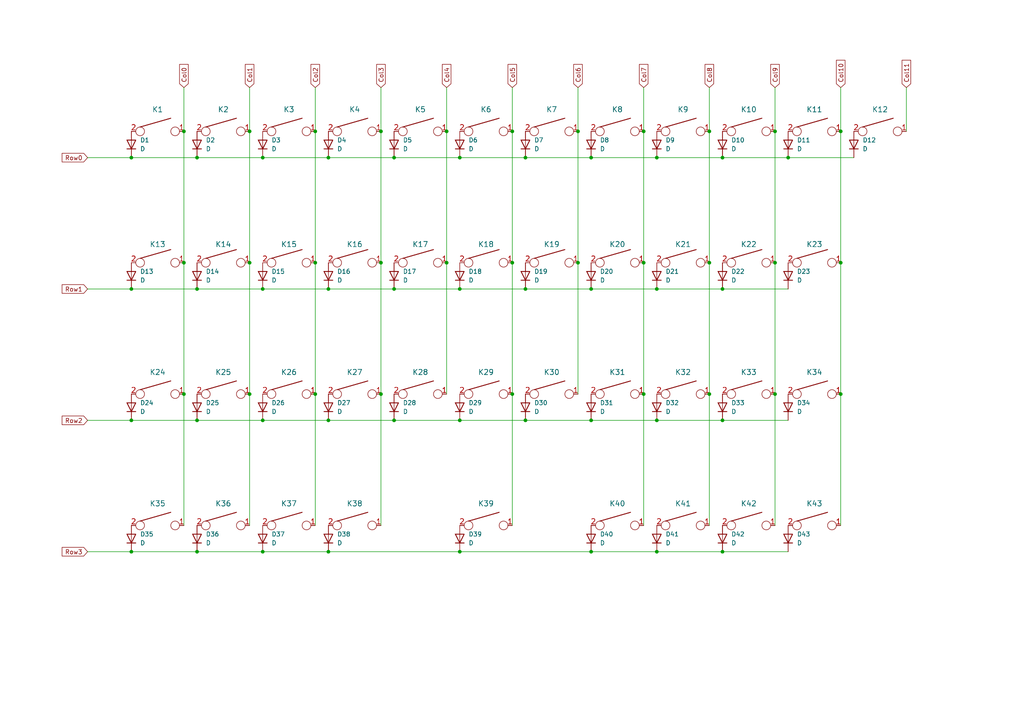
<source format=kicad_sch>
(kicad_sch (version 20231120) (generator "eeschema") (generator_version "8.0")
  (paper "A4")
  (title_block (title "JON AND SAM'S AMAZING 40% KB") (date "2024-07-21") (rev "1"))
  (lib_symbols
    (symbol "Device:D" (pin_numbers hide) (pin_names (offset 1.016) hide)
      (property "Reference" "D" (at 0 2.54 0))
      (property "Value" "D" (at 0 -2.54 0))
      (symbol "D_0_1"
        (polyline (pts (xy -1.27 1.27) (xy -1.27 -1.27)) (stroke (width 0.254)))
        (polyline (pts (xy 1.27 0) (xy -1.27 0)))
        (polyline (pts (xy 1.27 1.27) (xy 1.27 -1.27) (xy -1.27 0) (xy 1.27 1.27)) (stroke (width 0.254)))
      )
      (symbol "D_1_1"
        (pin passive line (at -3.81 0 0) (length 2.54) (name "K") (number "1"))
        (pin passive line (at 3.81 0 180) (length 2.54) (name "A") (number "2"))
      )
    )
    (symbol "keyboard_parts:KEYSW" (pin_names (offset 1.016))
      (property "Reference" "K?" (at -1.27 0 0))
      (symbol "KEYSW_0_1"
        (circle (center -5.08 0) (radius 1.27))
        (polyline (pts (xy -5.08 1.27) (xy 3.81 3.81)) (stroke (width 0.254)))
        (circle (center 5.08 0) (radius 1.27))
      )
      (symbol "KEYSW_1_1"
        (pin passive line (at 7.62 0 180) (length 1.27) (name "~") (number "1"))
        (pin passive line (at -7.62 0 0) (length 1.27) (name "~") (number "2"))
      )
    )
  )
  (junction (at 152.4 121.92))
  (junction (at 110.49 114.3))
  (junction (at 186.69 76.2))
  (junction (at 91.44 38.1))
  (junction (at 76.2 45.72))
  (junction (at 152.4 83.82))
  (junction (at 53.34 114.3))
  (junction (at 133.35 121.92))
  (junction (at 114.3 121.92))
  (junction (at 110.49 76.2))
  (junction (at 76.2 160.02))
  (junction (at 205.74 38.1))
  (junction (at 53.34 76.2))
  (junction (at 209.55 121.92))
  (junction (at 205.74 76.2))
  (junction (at 209.55 83.82))
  (junction (at 95.25 160.02))
  (junction (at 224.79 76.2))
  (junction (at 38.1 83.82))
  (junction (at 224.79 114.3))
  (junction (at 171.45 45.72))
  (junction (at 114.3 45.72))
  (junction (at 133.35 45.72))
  (junction (at 76.2 121.92))
  (junction (at 72.39 114.3))
  (junction (at 148.59 76.2))
  (junction (at 186.69 38.1))
  (junction (at 243.84 38.1))
  (junction (at 205.74 114.3))
  (junction (at 72.39 38.1))
  (junction (at 114.3 83.82))
  (junction (at 53.34 38.1))
  (junction (at 148.59 38.1))
  (junction (at 95.25 83.82))
  (junction (at 129.54 76.2))
  (junction (at 171.45 121.92))
  (junction (at 190.5 121.92))
  (junction (at 171.45 160.02))
  (junction (at 148.59 114.3))
  (junction (at 57.15 121.92))
  (junction (at 190.5 45.72))
  (junction (at 190.5 83.82))
  (junction (at 133.35 83.82))
  (junction (at 76.2 83.82))
  (junction (at 133.35 160.02))
  (junction (at 38.1 160.02))
  (junction (at 38.1 121.92))
  (junction (at 209.55 45.72))
  (junction (at 91.44 76.2))
  (junction (at 186.69 114.3))
  (junction (at 171.45 83.82))
  (junction (at 228.6 45.72))
  (junction (at 243.84 114.3))
  (junction (at 91.44 114.3))
  (junction (at 190.5 160.02))
  (junction (at 167.64 38.1))
  (junction (at 57.15 160.02))
  (junction (at 57.15 83.82))
  (junction (at 129.54 38.1))
  (junction (at 209.55 160.02))
  (junction (at 38.1 45.72))
  (junction (at 167.64 76.2))
  (junction (at 224.79 38.1))
  (junction (at 110.49 38.1))
  (junction (at 152.4 45.72))
  (junction (at 57.15 45.72))
  (junction (at 72.39 76.2))
  (junction (at 243.84 76.2))
  (junction (at 95.25 45.72))
  (junction (at 95.25 121.92))
  (wire (pts (xy 190.5 83.82) (xy 209.55 83.82)))
  (wire (pts (xy 148.59 38.1) (xy 148.59 76.2)))
  (wire (pts (xy 72.39 25.4) (xy 72.39 38.1)))
  (wire (pts (xy 129.54 38.1) (xy 129.54 76.2)))
  (wire (pts (xy 209.55 45.72) (xy 228.6 45.72)))
  (wire (pts (xy 243.84 25.4) (xy 243.84 38.1)))
  (wire (pts (xy 228.6 45.72) (xy 247.65 45.72)))
  (wire (pts (xy 110.49 25.4) (xy 110.49 38.1)))
  (wire (pts (xy 186.69 25.4) (xy 186.69 38.1)))
  (wire (pts (xy 167.64 76.2) (xy 167.64 114.3)))
  (wire (pts (xy 209.55 121.92) (xy 228.6 121.92)))
  (wire (pts (xy 72.39 114.3) (xy 72.39 152.4)))
  (wire (pts (xy 171.45 160.02) (xy 190.5 160.02)))
  (wire (pts (xy 205.74 25.4) (xy 205.74 38.1)))
  (wire (pts (xy 53.34 76.2) (xy 53.34 114.3)))
  (wire (pts (xy 38.1 83.82) (xy 57.15 83.82)))
  (wire (pts (xy 224.79 25.4) (xy 224.79 38.1)))
  (wire (pts (xy 129.54 76.2) (xy 129.54 114.3)))
  (wire (pts (xy 205.74 38.1) (xy 205.74 76.2)))
  (wire (pts (xy 76.2 160.02) (xy 95.25 160.02)))
  (wire (pts (xy 25.4 45.72) (xy 38.1 45.72)))
  (wire (pts (xy 171.45 121.92) (xy 190.5 121.92)))
  (wire (pts (xy 91.44 76.2) (xy 91.44 114.3)))
  (wire (pts (xy 25.4 83.82) (xy 38.1 83.82)))
  (wire (pts (xy 110.49 38.1) (xy 110.49 76.2)))
  (wire (pts (xy 57.15 45.72) (xy 76.2 45.72)))
  (wire (pts (xy 186.69 76.2) (xy 186.69 114.3)))
  (wire (pts (xy 95.25 45.72) (xy 114.3 45.72)))
  (wire (pts (xy 148.59 76.2) (xy 148.59 114.3)))
  (wire (pts (xy 72.39 76.2) (xy 72.39 114.3)))
  (wire (pts (xy 38.1 160.02) (xy 57.15 160.02)))
  (wire (pts (xy 224.79 38.1) (xy 224.79 76.2)))
  (wire (pts (xy 129.54 25.4) (xy 129.54 38.1)))
  (wire (pts (xy 209.55 160.02) (xy 228.6 160.02)))
  (wire (pts (xy 110.49 76.2) (xy 110.49 114.3)))
  (wire (pts (xy 243.84 76.2) (xy 243.84 114.3)))
  (wire (pts (xy 186.69 114.3) (xy 186.69 152.4)))
  (wire (pts (xy 114.3 121.92) (xy 133.35 121.92)))
  (wire (pts (xy 152.4 83.82) (xy 171.45 83.82)))
  (wire (pts (xy 91.44 114.3) (xy 91.44 152.4)))
  (wire (pts (xy 38.1 45.72) (xy 57.15 45.72)))
  (wire (pts (xy 186.69 38.1) (xy 186.69 76.2)))
  (wire (pts (xy 133.35 83.82) (xy 152.4 83.82)))
  (wire (pts (xy 95.25 160.02) (xy 133.35 160.02)))
  (wire (pts (xy 152.4 45.72) (xy 171.45 45.72)))
  (wire (pts (xy 133.35 45.72) (xy 152.4 45.72)))
  (wire (pts (xy 57.15 83.82) (xy 76.2 83.82)))
  (wire (pts (xy 148.59 114.3) (xy 148.59 152.4)))
  (wire (pts (xy 57.15 160.02) (xy 76.2 160.02)))
  (wire (pts (xy 205.74 76.2) (xy 205.74 114.3)))
  (wire (pts (xy 133.35 121.92) (xy 152.4 121.92)))
  (wire (pts (xy 114.3 83.82) (xy 133.35 83.82)))
  (wire (pts (xy 91.44 25.4) (xy 91.44 38.1)))
  (wire (pts (xy 152.4 121.92) (xy 171.45 121.92)))
  (wire (pts (xy 76.2 83.82) (xy 95.25 83.82)))
  (wire (pts (xy 95.25 121.92) (xy 114.3 121.92)))
  (wire (pts (xy 25.4 160.02) (xy 38.1 160.02)))
  (wire (pts (xy 76.2 121.92) (xy 95.25 121.92)))
  (wire (pts (xy 53.34 114.3) (xy 53.34 152.4)))
  (wire (pts (xy 190.5 45.72) (xy 209.55 45.72)))
  (wire (pts (xy 171.45 45.72) (xy 190.5 45.72)))
  (wire (pts (xy 53.34 25.4) (xy 53.34 38.1)))
  (wire (pts (xy 209.55 83.82) (xy 228.6 83.82)))
  (wire (pts (xy 205.74 114.3) (xy 205.74 152.4)))
  (wire (pts (xy 91.44 38.1) (xy 91.44 76.2)))
  (wire (pts (xy 190.5 160.02) (xy 209.55 160.02)))
  (wire (pts (xy 133.35 160.02) (xy 171.45 160.02)))
  (wire (pts (xy 171.45 83.82) (xy 190.5 83.82)))
  (wire (pts (xy 53.34 38.1) (xy 53.34 76.2)))
  (wire (pts (xy 38.1 121.92) (xy 57.15 121.92)))
  (wire (pts (xy 72.39 38.1) (xy 72.39 76.2)))
  (wire (pts (xy 76.2 45.72) (xy 95.25 45.72)))
  (wire (pts (xy 243.84 114.3) (xy 243.84 152.4)))
  (wire (pts (xy 262.89 25.4) (xy 262.89 38.1)))
  (wire (pts (xy 148.59 25.4) (xy 148.59 38.1)))
  (wire (pts (xy 224.79 76.2) (xy 224.79 114.3)))
  (wire (pts (xy 224.79 114.3) (xy 224.79 152.4)))
  (wire (pts (xy 190.5 121.92) (xy 209.55 121.92)))
  (wire (pts (xy 25.4 121.92) (xy 38.1 121.92)))
  (wire (pts (xy 167.64 38.1) (xy 167.64 76.2)))
  (wire (pts (xy 110.49 114.3) (xy 110.49 152.4)))
  (wire (pts (xy 167.64 25.4) (xy 167.64 38.1)))
  (wire (pts (xy 95.25 83.82) (xy 114.3 83.82)))
  (wire (pts (xy 243.84 38.1) (xy 243.84 76.2)))
  (wire (pts (xy 114.3 45.72) (xy 133.35 45.72)))
  (wire (pts (xy 57.15 121.92) (xy 76.2 121.92)))
  (global_label "Col7" (shape input) (at 186.69 25.4 90) (property "Intersheetrefs" "${INTERSHEET_REFS}" (effects (hide yes))))
  (global_label "Row2" (shape input) (at 25.4 121.92 180) (property "Intersheetrefs" "${INTERSHEET_REFS}" (effects (hide yes))))
  (global_label "Col9" (shape input) (at 224.79 25.4 90) (property "Intersheetrefs" "${INTERSHEET_REFS}" (effects (hide yes))))
  (global_label "Col11" (shape input) (at 262.89 25.4 90) (property "Intersheetrefs" "${INTERSHEET_REFS}" (effects (hide yes))))
  (global_label "Col1" (shape input) (at 72.39 25.4 90) (property "Intersheetrefs" "${INTERSHEET_REFS}" (effects (hide yes))))
  (global_label "Col0" (shape input) (at 53.34 25.4 90) (property "Intersheetrefs" "${INTERSHEET_REFS}" (effects (hide yes))))
  (global_label "Col5" (shape input) (at 148.59 25.4 90) (property "Intersheetrefs" "${INTERSHEET_REFS}" (effects (hide yes))))
  (global_label "Col8" (shape input) (at 205.74 25.4 90) (property "Intersheetrefs" "${INTERSHEET_REFS}" (effects (hide yes))))
  (global_label "Row0" (shape input) (at 25.4 45.72 180) (property "Intersheetrefs" "${INTERSHEET_REFS}" (effects (hide yes))))
  (global_label "Col3" (shape input) (at 110.49 25.4 90) (property "Intersheetrefs" "${INTERSHEET_REFS}" (effects (hide yes))))
  (global_label "Row1" (shape input) (at 25.4 83.82 180) (property "Intersheetrefs" "${INTERSHEET_REFS}" (effects (hide yes))))
  (global_label "Col4" (shape input) (at 129.54 25.4 90) (property "Intersheetrefs" "${INTERSHEET_REFS}" (effects (hide yes))))
  (global_label "Col6" (shape input) (at 167.64 25.4 90) (property "Intersheetrefs" "${INTERSHEET_REFS}" (effects (hide yes))))
  (global_label "Col10" (shape input) (at 243.84 25.4 90) (property "Intersheetrefs" "${INTERSHEET_REFS}" (effects (hide yes))))
  (global_label "Row3" (shape input) (at 25.4 160.02 180) (property "Intersheetrefs" "${INTERSHEET_REFS}" (effects (hide yes))))
  (global_label "Col2" (shape input) (at 91.44 25.4 90) (property "Intersheetrefs" "${INTERSHEET_REFS}" (effects (hide yes))))
  (symbol (lib_id "keyboard_parts:KEYSW") (at 140.97 152.4 0) (unit 1)
    (property "Reference" "K39" (at 140.97 146.05 0) (effects (font (size 1.524 1.524))))
    (property "Value" "KEYSW" (effects (hide yes)))
    (property "Footprint" "keebs.pretty-master:Mx_Alps_100" (effects (hide yes)))
  )
  (symbol (lib_id "Device:D") (at 57.15 156.21 90) (unit 1)
    (property "Reference" "D36" (at 59.69 154.9399 90) (effects (justify right)))
    (property "Value" "D" (at 59.69 157.4799 90) (effects (justify right)))
    (property "Footprint" "keyboard_parts.pretty-master:D_SOD123_axial" (effects (hide yes)))
    (property "Description" "Diode" (effects (hide yes)))
    (property "Sim.Device" "D" (effects (hide yes)))
    (property "Sim.Pins" "1=K 2=A" (effects (hide yes)))
  )
  (symbol (lib_id "keyboard_parts:KEYSW") (at 236.22 38.1 0) (unit 1)
    (property "Reference" "K11" (at 236.22 31.75 0) (effects (font (size 1.524 1.524))))
    (property "Value" "KEYSW" (effects (hide yes)))
    (property "Footprint" "keebs.pretty-master:Mx_Alps_100" (effects (hide yes)))
  )
  (symbol (lib_id "keyboard_parts:KEYSW") (at 102.87 38.1 0) (unit 1)
    (property "Reference" "K4" (at 102.87 31.75 0) (effects (font (size 1.524 1.524))))
    (property "Value" "KEYSW" (effects (hide yes)))
    (property "Footprint" "keebs.pretty-master:Mx_Alps_100" (effects (hide yes)))
  )
  (symbol (lib_id "keyboard_parts:KEYSW") (at 140.97 38.1 0) (unit 1)
    (property "Reference" "K6" (at 140.97 31.75 0) (effects (font (size 1.524 1.524))))
    (property "Value" "KEYSW" (effects (hide yes)))
    (property "Footprint" "keebs.pretty-master:Mx_Alps_100" (effects (hide yes)))
  )
  (symbol (lib_id "keyboard_parts:KEYSW") (at 45.72 152.4 0) (unit 1)
    (property "Reference" "K35" (at 45.72 146.05 0) (effects (font (size 1.524 1.524))))
    (property "Value" "KEYSW" (effects (hide yes)))
    (property "Footprint" "keebs.pretty-master:Mx_Alps_125" (effects (hide yes)))
  )
  (symbol (lib_id "Device:D") (at 152.4 80.01 90) (unit 1)
    (property "Reference" "D19" (at 154.94 78.7399 90) (effects (justify right)))
    (property "Value" "D" (at 154.94 81.2799 90) (effects (justify right)))
    (property "Footprint" "keyboard_parts.pretty-master:D_SOD123_axial" (effects (hide yes)))
    (property "Description" "Diode" (effects (hide yes)))
    (property "Sim.Device" "D" (effects (hide yes)))
    (property "Sim.Pins" "1=K 2=A" (effects (hide yes)))
  )
  (symbol (lib_id "keyboard_parts:KEYSW") (at 45.72 76.2 0) (unit 1)
    (property "Reference" "K13" (at 45.72 70.866 0) (effects (font (size 1.524 1.524))))
    (property "Value" "KEYSW" (effects (hide yes)))
    (property "Footprint" "keebs.pretty-master:Mx_Alps_150" (effects (hide yes)))
  )
  (symbol (lib_id "Device:D") (at 133.35 156.21 90) (unit 1)
    (property "Reference" "D39" (at 135.89 154.9399 90) (effects (justify right)))
    (property "Value" "D" (at 135.89 157.4799 90) (effects (justify right)))
    (property "Footprint" "keyboard_parts.pretty-master:D_SOD123_axial" (effects (hide yes)))
    (property "Description" "Diode" (effects (hide yes)))
    (property "Sim.Device" "D" (effects (hide yes)))
    (property "Sim.Pins" "1=K 2=A" (effects (hide yes)))
  )
  (symbol (lib_id "Device:D") (at 190.5 118.11 90) (unit 1)
    (property "Reference" "D32" (at 193.04 116.8399 90) (effects (justify right)))
    (property "Value" "D" (at 193.04 119.3799 90) (effects (justify right)))
    (property "Footprint" "keyboard_parts.pretty-master:D_SOD123_axial" (effects (hide yes)))
    (property "Description" "Diode" (effects (hide yes)))
    (property "Sim.Device" "D" (effects (hide yes)))
    (property "Sim.Pins" "1=K 2=A" (effects (hide yes)))
  )
  (symbol (lib_id "keyboard_parts:KEYSW") (at 83.82 38.1 0) (unit 1)
    (property "Reference" "K3" (at 83.82 31.75 0) (effects (font (size 1.524 1.524))))
    (property "Value" "KEYSW" (effects (hide yes)))
    (property "Footprint" "keebs.pretty-master:Mx_Alps_100" (effects (hide yes)))
  )
  (symbol (lib_id "Device:D") (at 38.1 156.21 90) (unit 1)
    (property "Reference" "D35" (at 40.64 154.9399 90) (effects (justify right)))
    (property "Value" "D" (at 40.64 157.4799 90) (effects (justify right)))
    (property "Footprint" "keyboard_parts.pretty-master:D_SOD123_axial" (effects (hide yes)))
    (property "Description" "Diode" (effects (hide yes)))
    (property "Sim.Device" "D" (effects (hide yes)))
    (property "Sim.Pins" "1=K 2=A" (effects (hide yes)))
  )
  (symbol (lib_id "Device:D") (at 152.4 41.91 90) (unit 1)
    (property "Reference" "D7" (at 154.94 40.6399 90) (effects (justify right)))
    (property "Value" "D" (at 154.94 43.1799 90) (effects (justify right)))
    (property "Footprint" "keyboard_parts.pretty-master:D_SOD123_axial" (effects (hide yes)))
    (property "Description" "Diode" (effects (hide yes)))
    (property "Sim.Device" "D" (effects (hide yes)))
    (property "Sim.Pins" "1=K 2=A" (effects (hide yes)))
  )
  (symbol (lib_id "keyboard_parts:KEYSW") (at 236.22 152.4 0) (unit 1)
    (property "Reference" "K43" (at 236.22 146.05 0) (effects (font (size 1.524 1.524))))
    (property "Value" "KEYSW" (effects (hide yes)))
    (property "Footprint" "keebs.pretty-master:Mx_Alps_100" (effects (hide yes)))
  )
  (symbol (lib_id "Device:D") (at 95.25 118.11 90) (unit 1)
    (property "Reference" "D27" (at 97.79 116.8399 90) (effects (justify right)))
    (property "Value" "D" (at 97.79 119.3799 90) (effects (justify right)))
    (property "Footprint" "keyboard_parts.pretty-master:D_SOD123_axial" (effects (hide yes)))
    (property "Description" "Diode" (effects (hide yes)))
    (property "Sim.Device" "D" (effects (hide yes)))
    (property "Sim.Pins" "1=K 2=A" (effects (hide yes)))
  )
  (symbol (lib_id "Device:D") (at 114.3 118.11 90) (unit 1)
    (property "Reference" "D28" (at 116.84 116.8399 90) (effects (justify right)))
    (property "Value" "D" (at 116.84 119.3799 90) (effects (justify right)))
    (property "Footprint" "keyboard_parts.pretty-master:D_SOD123_axial" (effects (hide yes)))
    (property "Description" "Diode" (effects (hide yes)))
    (property "Sim.Device" "D" (effects (hide yes)))
    (property "Sim.Pins" "1=K 2=A" (effects (hide yes)))
  )
  (symbol (lib_id "Device:D") (at 190.5 80.01 90) (unit 1)
    (property "Reference" "D21" (at 193.04 78.7399 90) (effects (justify right)))
    (property "Value" "D" (at 193.04 81.2799 90) (effects (justify right)))
    (property "Footprint" "keyboard_parts.pretty-master:D_SOD123_axial" (effects (hide yes)))
    (property "Description" "Diode" (effects (hide yes)))
    (property "Sim.Device" "D" (effects (hide yes)))
    (property "Sim.Pins" "1=K 2=A" (effects (hide yes)))
  )
  (symbol (lib_id "Device:D") (at 209.55 80.01 90) (unit 1)
    (property "Reference" "D22" (at 212.09 78.7399 90) (effects (justify right)))
    (property "Value" "D" (at 212.09 81.2799 90) (effects (justify right)))
    (property "Footprint" "keyboard_parts.pretty-master:D_SOD123_axial" (effects (hide yes)))
    (property "Description" "Diode" (effects (hide yes)))
    (property "Sim.Device" "D" (effects (hide yes)))
    (property "Sim.Pins" "1=K 2=A" (effects (hide yes)))
  )
  (symbol (lib_id "keyboard_parts:KEYSW") (at 83.82 114.3 0) (unit 1)
    (property "Reference" "K26" (at 83.82 107.95 0) (effects (font (size 1.524 1.524))))
    (property "Value" "KEYSW" (effects (hide yes)))
    (property "Footprint" "keebs.pretty-master:Mx_Alps_100" (effects (hide yes)))
  )
  (symbol (lib_id "keyboard_parts:KEYSW") (at 198.12 114.3 0) (unit 1)
    (property "Reference" "K32" (at 198.12 107.95 0) (effects (font (size 1.524 1.524))))
    (property "Value" "KEYSW" (effects (hide yes)))
    (property "Footprint" "keebs.pretty-master:Mx_Alps_175" (effects (hide yes)))
  )
  (symbol (lib_id "keyboard_parts:KEYSW") (at 160.02 76.2 0) (unit 1)
    (property "Reference" "K19" (at 160.02 70.866 0) (effects (font (size 1.524 1.524))))
    (property "Value" "KEYSW" (effects (hide yes)))
    (property "Footprint" "keebs.pretty-master:Mx_Alps_100" (effects (hide yes)))
  )
  (symbol (lib_id "keyboard_parts:KEYSW") (at 217.17 152.4 0) (unit 1)
    (property "Reference" "K42" (at 217.17 146.05 0) (effects (font (size 1.524 1.524))))
    (property "Value" "KEYSW" (effects (hide yes)))
    (property "Footprint" "keebs.pretty-master:Mx_Alps_100" (effects (hide yes)))
  )
  (symbol (lib_id "keyboard_parts:KEYSW") (at 179.07 114.3 0) (unit 1)
    (property "Reference" "K31" (at 179.07 107.95 0) (effects (font (size 1.524 1.524))))
    (property "Value" "KEYSW" (effects (hide yes)))
    (property "Footprint" "keebs.pretty-master:Mx_Alps_100" (effects (hide yes)))
  )
  (symbol (lib_id "keyboard_parts:KEYSW") (at 45.72 114.3 0) (unit 1)
    (property "Reference" "K24" (at 45.72 107.95 0) (effects (font (size 1.524 1.524))))
    (property "Value" "KEYSW" (effects (hide yes)))
    (property "Footprint" "keebs.pretty-master:Mx_Alps_200" (effects (hide yes)))
  )
  (symbol (lib_id "keyboard_parts:KEYSW") (at 64.77 152.4 0) (unit 1)
    (property "Reference" "K36" (at 64.77 146.05 0) (effects (font (size 1.524 1.524))))
    (property "Value" "KEYSW" (effects (hide yes)))
    (property "Footprint" "keebs.pretty-master:Mx_Alps_125" (effects (hide yes)))
  )
  (symbol (lib_id "Device:D") (at 95.25 156.21 90) (unit 1)
    (property "Reference" "D38" (at 97.79 154.9399 90) (effects (justify right)))
    (property "Value" "D" (at 97.79 157.4799 90) (effects (justify right)))
    (property "Footprint" "keyboard_parts.pretty-master:D_SOD123_axial" (effects (hide yes)))
    (property "Description" "Diode" (effects (hide yes)))
    (property "Sim.Device" "D" (effects (hide yes)))
    (property "Sim.Pins" "1=K 2=A" (effects (hide yes)))
  )
  (symbol (lib_id "Device:D") (at 190.5 156.21 90) (unit 1)
    (property "Reference" "D41" (at 193.04 154.9399 90) (effects (justify right)))
    (property "Value" "D" (at 193.04 157.4799 90) (effects (justify right)))
    (property "Footprint" "keyboard_parts.pretty-master:D_SOD123_axial" (effects (hide yes)))
    (property "Description" "Diode" (effects (hide yes)))
    (property "Sim.Device" "D" (effects (hide yes)))
    (property "Sim.Pins" "1=K 2=A" (effects (hide yes)))
  )
  (symbol (lib_id "Device:D") (at 57.15 118.11 90) (unit 1)
    (property "Reference" "D25" (at 59.69 116.8399 90) (effects (justify right)))
    (property "Value" "D" (at 59.69 119.3799 90) (effects (justify right)))
    (property "Footprint" "keyboard_parts.pretty-master:D_SOD123_axial" (effects (hide yes)))
    (property "Description" "Diode" (effects (hide yes)))
    (property "Sim.Device" "D" (effects (hide yes)))
    (property "Sim.Pins" "1=K 2=A" (effects (hide yes)))
  )
  (symbol (lib_id "Device:D") (at 57.15 80.01 90) (unit 1)
    (property "Reference" "D14" (at 59.69 78.7399 90) (effects (justify right)))
    (property "Value" "D" (at 59.69 81.2799 90) (effects (justify right)))
    (property "Footprint" "keyboard_parts.pretty-master:D_SOD123_axial" (effects (hide yes)))
    (property "Description" "Diode" (effects (hide yes)))
    (property "Sim.Device" "D" (effects (hide yes)))
    (property "Sim.Pins" "1=K 2=A" (effects (hide yes)))
  )
  (symbol (lib_id "Device:D") (at 152.4 118.11 90) (unit 1)
    (property "Reference" "D30" (at 154.94 116.8399 90) (effects (justify right)))
    (property "Value" "D" (at 154.94 119.3799 90) (effects (justify right)))
    (property "Footprint" "keyboard_parts.pretty-master:D_SOD123_axial" (effects (hide yes)))
    (property "Description" "Diode" (effects (hide yes)))
    (property "Sim.Device" "D" (effects (hide yes)))
    (property "Sim.Pins" "1=K 2=A" (effects (hide yes)))
  )
  (symbol (lib_id "Device:D") (at 76.2 118.11 90) (unit 1)
    (property "Reference" "D26" (at 78.74 116.8399 90) (effects (justify right)))
    (property "Value" "D" (at 78.74 119.3799 90) (effects (justify right)))
    (property "Footprint" "keyboard_parts.pretty-master:D_SOD123_axial" (effects (hide yes)))
    (property "Description" "Diode" (effects (hide yes)))
    (property "Sim.Device" "D" (effects (hide yes)))
    (property "Sim.Pins" "1=K 2=A" (effects (hide yes)))
  )
  (symbol (lib_id "Device:D") (at 209.55 118.11 90) (unit 1)
    (property "Reference" "D33" (at 212.09 116.8399 90) (effects (justify right)))
    (property "Value" "D" (at 212.09 119.3799 90) (effects (justify right)))
    (property "Footprint" "keyboard_parts.pretty-master:D_SOD123_axial" (effects (hide yes)))
    (property "Description" "Diode" (effects (hide yes)))
    (property "Sim.Device" "D" (effects (hide yes)))
    (property "Sim.Pins" "1=K 2=A" (effects (hide yes)))
  )
  (symbol (lib_id "Device:D") (at 38.1 41.91 90) (unit 1)
    (property "Reference" "D1" (at 40.64 40.6399 90) (effects (justify right)))
    (property "Value" "D" (at 40.64 43.1799 90) (effects (justify right)))
    (property "Footprint" "keyboard_parts.pretty-master:D_SOD123_axial" (effects (hide yes)))
    (property "Description" "Diode" (effects (hide yes)))
    (property "Sim.Device" "D" (effects (hide yes)))
    (property "Sim.Pins" "1=K 2=A" (effects (hide yes)))
  )
  (symbol (lib_id "keyboard_parts:KEYSW") (at 140.97 76.2 0) (unit 1)
    (property "Reference" "K18" (at 140.97 70.866 0) (effects (font (size 1.524 1.524))))
    (property "Value" "KEYSW" (effects (hide yes)))
    (property "Footprint" "keebs.pretty-master:Mx_Alps_100" (effects (hide yes)))
  )
  (symbol (lib_id "Device:D") (at 171.45 80.01 90) (unit 1)
    (property "Reference" "D20" (at 173.99 78.7399 90) (effects (justify right)))
    (property "Value" "D" (at 173.99 81.2799 90) (effects (justify right)))
    (property "Footprint" "keyboard_parts.pretty-master:D_SOD123_axial" (effects (hide yes)))
    (property "Description" "Diode" (effects (hide yes)))
    (property "Sim.Device" "D" (effects (hide yes)))
    (property "Sim.Pins" "1=K 2=A" (effects (hide yes)))
  )
  (symbol (lib_id "Device:D") (at 228.6 80.01 90) (unit 1)
    (property "Reference" "D23" (at 231.14 78.7399 90) (effects (justify right)))
    (property "Value" "D" (at 231.14 81.2799 90) (effects (justify right)))
    (property "Footprint" "keyboard_parts.pretty-master:D_SOD123_axial" (effects (hide yes)))
    (property "Description" "Diode" (effects (hide yes)))
    (property "Sim.Device" "D" (effects (hide yes)))
    (property "Sim.Pins" "1=K 2=A" (effects (hide yes)))
  )
  (symbol (lib_id "Device:D") (at 38.1 80.01 90) (unit 1)
    (property "Reference" "D13" (at 40.64 78.7399 90) (effects (justify right)))
    (property "Value" "D" (at 40.64 81.2799 90) (effects (justify right)))
    (property "Footprint" "keyboard_parts.pretty-master:D_SOD123_axial" (effects (hide yes)))
    (property "Description" "Diode" (effects (hide yes)))
    (property "Sim.Device" "D" (effects (hide yes)))
    (property "Sim.Pins" "1=K 2=A" (effects (hide yes)))
  )
  (symbol (lib_id "keyboard_parts:KEYSW") (at 179.07 76.2 0) (unit 1)
    (property "Reference" "K20" (at 179.07 70.866 0) (effects (font (size 1.524 1.524))))
    (property "Value" "KEYSW" (effects (hide yes)))
    (property "Footprint" "keebs.pretty-master:Mx_Alps_100" (effects (hide yes)))
  )
  (symbol (lib_id "Device:D") (at 76.2 156.21 90) (unit 1)
    (property "Reference" "D37" (at 78.74 154.9399 90) (effects (justify right)))
    (property "Value" "D" (at 78.74 157.4799 90) (effects (justify right)))
    (property "Footprint" "keyboard_parts.pretty-master:D_SOD123_axial" (effects (hide yes)))
    (property "Description" "Diode" (effects (hide yes)))
    (property "Sim.Device" "D" (effects (hide yes)))
    (property "Sim.Pins" "1=K 2=A" (effects (hide yes)))
  )
  (symbol (lib_id "Device:D") (at 76.2 41.91 90) (unit 1)
    (property "Reference" "D3" (at 78.74 40.6399 90) (effects (justify right)))
    (property "Value" "D" (at 78.74 43.1799 90) (effects (justify right)))
    (property "Footprint" "keyboard_parts.pretty-master:D_SOD123_axial" (effects (hide yes)))
    (property "Description" "Diode" (effects (hide yes)))
    (property "Sim.Device" "D" (effects (hide yes)))
    (property "Sim.Pins" "1=K 2=A" (effects (hide yes)))
  )
  (symbol (lib_id "keyboard_parts:KEYSW") (at 121.92 76.2 0) (unit 1)
    (property "Reference" "K17" (at 121.92 70.866 0) (effects (font (size 1.524 1.524))))
    (property "Value" "KEYSW" (effects (hide yes)))
    (property "Footprint" "keebs.pretty-master:Mx_Alps_100" (effects (hide yes)))
  )
  (symbol (lib_id "keyboard_parts:KEYSW") (at 64.77 38.1 0) (unit 1)
    (property "Reference" "K2" (at 64.77 31.75 0) (effects (font (size 1.524 1.524))))
    (property "Value" "KEYSW" (effects (hide yes)))
    (property "Footprint" "keebs.pretty-master:Mx_Alps_100" (effects (hide yes)))
  )
  (symbol (lib_id "Device:D") (at 209.55 41.91 90) (unit 1)
    (property "Reference" "D10" (at 212.09 40.6399 90) (effects (justify right)))
    (property "Value" "D" (at 212.09 43.1799 90) (effects (justify right)))
    (property "Footprint" "keyboard_parts.pretty-master:D_SOD123_axial" (effects (hide yes)))
    (property "Description" "Diode" (effects (hide yes)))
    (property "Sim.Device" "D" (effects (hide yes)))
    (property "Sim.Pins" "1=K 2=A" (effects (hide yes)))
  )
  (symbol (lib_id "keyboard_parts:KEYSW") (at 198.12 76.2 0) (unit 1)
    (property "Reference" "K21" (at 198.12 70.866 0) (effects (font (size 1.524 1.524))))
    (property "Value" "KEYSW" (effects (hide yes)))
    (property "Footprint" "keebs.pretty-master:Mx_Alps_100" (effects (hide yes)))
  )
  (symbol (lib_id "keyboard_parts:KEYSW") (at 83.82 76.2 0) (unit 1)
    (property "Reference" "K15" (at 83.82 70.866 0) (effects (font (size 1.524 1.524))))
    (property "Value" "KEYSW" (effects (hide yes)))
    (property "Footprint" "keebs.pretty-master:Mx_Alps_100" (effects (hide yes)))
  )
  (symbol (lib_id "keyboard_parts:KEYSW") (at 160.02 38.1 0) (unit 1)
    (property "Reference" "K7" (at 160.02 31.75 0) (effects (font (size 1.524 1.524))))
    (property "Value" "KEYSW" (effects (hide yes)))
    (property "Footprint" "keebs.pretty-master:Mx_Alps_100" (effects (hide yes)))
  )
  (symbol (lib_id "keyboard_parts:KEYSW") (at 83.82 152.4 0) (unit 1)
    (property "Reference" "K37" (at 83.82 146.05 0) (effects (font (size 1.524 1.524))))
    (property "Value" "KEYSW" (effects (hide yes)))
    (property "Footprint" "keebs.pretty-master:Mx_Alps_125" (effects (hide yes)))
  )
  (symbol (lib_id "keyboard_parts:KEYSW") (at 45.72 38.1 0) (unit 1)
    (property "Reference" "K1" (at 45.72 31.75 0) (effects (font (size 1.524 1.524))))
    (property "Value" "KEYSW" (effects (hide yes)))
    (property "Footprint" "keebs.pretty-master:Mx_Alps_100" (effects (hide yes)))
  )
  (symbol (lib_id "Device:D") (at 133.35 41.91 90) (unit 1)
    (property "Reference" "D6" (at 135.89 40.6399 90) (effects (justify right)))
    (property "Value" "D" (at 135.89 43.1799 90) (effects (justify right)))
    (property "Footprint" "keyboard_parts.pretty-master:D_SOD123_axial" (effects (hide yes)))
    (property "Description" "Diode" (effects (hide yes)))
    (property "Sim.Device" "D" (effects (hide yes)))
    (property "Sim.Pins" "1=K 2=A" (effects (hide yes)))
  )
  (symbol (lib_id "keyboard_parts:KEYSW") (at 102.87 114.3 0) (unit 1)
    (property "Reference" "K27" (at 102.87 107.95 0) (effects (font (size 1.524 1.524))))
    (property "Value" "KEYSW" (effects (hide yes)))
    (property "Footprint" "keebs.pretty-master:Mx_Alps_100" (effects (hide yes)))
  )
  (symbol (lib_id "keyboard_parts:KEYSW") (at 64.77 76.2 0) (unit 1)
    (property "Reference" "K14" (at 64.77 70.866 0) (effects (font (size 1.524 1.524))))
    (property "Value" "KEYSW" (effects (hide yes)))
    (property "Footprint" "keebs.pretty-master:Mx_Alps_100" (effects (hide yes)))
  )
  (symbol (lib_id "Device:D") (at 95.25 80.01 90) (unit 1)
    (property "Reference" "D16" (at 97.79 78.7399 90) (effects (justify right)))
    (property "Value" "D" (at 97.79 81.2799 90) (effects (justify right)))
    (property "Footprint" "keyboard_parts.pretty-master:D_SOD123_axial" (effects (hide yes)))
    (property "Description" "Diode" (effects (hide yes)))
    (property "Sim.Device" "D" (effects (hide yes)))
    (property "Sim.Pins" "1=K 2=A" (effects (hide yes)))
  )
  (symbol (lib_id "Device:D") (at 209.55 156.21 90) (unit 1)
    (property "Reference" "D42" (at 212.09 154.9399 90) (effects (justify right)))
    (property "Value" "D" (at 212.09 157.4799 90) (effects (justify right)))
    (property "Footprint" "keyboard_parts.pretty-master:D_SOD123_axial" (effects (hide yes)))
    (property "Description" "Diode" (effects (hide yes)))
    (property "Sim.Device" "D" (effects (hide yes)))
    (property "Sim.Pins" "1=K 2=A" (effects (hide yes)))
  )
  (symbol (lib_id "keyboard_parts:KEYSW") (at 236.22 114.3 0) (unit 1)
    (property "Reference" "K34" (at 236.22 107.95 0) (effects (font (size 1.524 1.524))))
    (property "Value" "KEYSW" (effects (hide yes)))
    (property "Footprint" "keebs.pretty-master:Mx_Alps_100" (effects (hide yes)))
  )
  (symbol (lib_id "keyboard_parts:KEYSW") (at 102.87 76.2 0) (unit 1)
    (property "Reference" "K16" (at 102.87 70.866 0) (effects (font (size 1.524 1.524))))
    (property "Value" "KEYSW" (effects (hide yes)))
    (property "Footprint" "keebs.pretty-master:Mx_Alps_100" (effects (hide yes)))
  )
  (symbol (lib_id "Device:D") (at 228.6 41.91 90) (unit 1)
    (property "Reference" "D11" (at 231.14 40.6399 90) (effects (justify right)))
    (property "Value" "D" (at 231.14 43.1799 90) (effects (justify right)))
    (property "Footprint" "keyboard_parts.pretty-master:D_SOD123_axial" (effects (hide yes)))
    (property "Description" "Diode" (effects (hide yes)))
    (property "Sim.Device" "D" (effects (hide yes)))
    (property "Sim.Pins" "1=K 2=A" (effects (hide yes)))
  )
  (symbol (lib_id "Device:D") (at 190.5 41.91 90) (unit 1)
    (property "Reference" "D9" (at 193.04 40.6399 90) (effects (justify right)))
    (property "Value" "D" (at 193.04 43.1799 90) (effects (justify right)))
    (property "Footprint" "keyboard_parts.pretty-master:D_SOD123_axial" (effects (hide yes)))
    (property "Description" "Diode" (effects (hide yes)))
    (property "Sim.Device" "D" (effects (hide yes)))
    (property "Sim.Pins" "1=K 2=A" (effects (hide yes)))
  )
  (symbol (lib_id "keyboard_parts:KEYSW") (at 217.17 114.3 0) (unit 1)
    (property "Reference" "K33" (at 217.17 107.95 0) (effects (font (size 1.524 1.524))))
    (property "Value" "KEYSW" (effects (hide yes)))
    (property "Footprint" "keebs.pretty-master:Mx_Alps_100" (effects (hide yes)))
  )
  (symbol (lib_id "keyboard_parts:KEYSW") (at 198.12 152.4 0) (unit 1)
    (property "Reference" "K41" (at 198.12 146.05 0) (effects (font (size 1.524 1.524))))
    (property "Value" "KEYSW" (effects (hide yes)))
    (property "Footprint" "keebs.pretty-master:Mx_Alps_100" (effects (hide yes)))
  )
  (symbol (lib_id "Device:D") (at 228.6 118.11 90) (unit 1)
    (property "Reference" "D34" (at 231.14 116.8399 90) (effects (justify right)))
    (property "Value" "D" (at 231.14 119.3799 90) (effects (justify right)))
    (property "Footprint" "keyboard_parts.pretty-master:D_SOD123_axial" (effects (hide yes)))
    (property "Description" "Diode" (effects (hide yes)))
    (property "Sim.Device" "D" (effects (hide yes)))
    (property "Sim.Pins" "1=K 2=A" (effects (hide yes)))
  )
  (symbol (lib_id "keyboard_parts:KEYSW") (at 160.02 114.3 0) (unit 1)
    (property "Reference" "K30" (at 160.02 107.95 0) (effects (font (size 1.524 1.524))))
    (property "Value" "KEYSW" (effects (hide yes)))
    (property "Footprint" "keebs.pretty-master:Mx_Alps_100" (effects (hide yes)))
  )
  (symbol (lib_id "keyboard_parts:KEYSW") (at 217.17 76.2 0) (unit 1)
    (property "Reference" "K22" (at 217.17 70.866 0) (effects (font (size 1.524 1.524))))
    (property "Value" "KEYSW" (effects (hide yes)))
    (property "Footprint" "keebs.pretty-master:Mx_Alps_100" (effects (hide yes)))
  )
  (symbol (lib_id "Device:D") (at 133.35 80.01 90) (unit 1)
    (property "Reference" "D18" (at 135.89 78.7399 90) (effects (justify right)))
    (property "Value" "D" (at 135.89 81.2799 90) (effects (justify right)))
    (property "Footprint" "keyboard_parts.pretty-master:D_SOD123_axial" (effects (hide yes)))
    (property "Description" "Diode" (effects (hide yes)))
    (property "Sim.Device" "D" (effects (hide yes)))
    (property "Sim.Pins" "1=K 2=A" (effects (hide yes)))
  )
  (symbol (lib_id "keyboard_parts:KEYSW") (at 198.12 38.1 0) (unit 1)
    (property "Reference" "K9" (at 198.12 31.75 0) (effects (font (size 1.524 1.524))))
    (property "Value" "KEYSW" (effects (hide yes)))
    (property "Footprint" "keebs.pretty-master:Mx_Alps_100" (effects (hide yes)))
  )
  (symbol (lib_id "Device:D") (at 247.65 41.91 90) (unit 1)
    (property "Reference" "D12" (at 250.19 40.6399 90) (effects (justify right)))
    (property "Value" "D" (at 250.19 43.1799 90) (effects (justify right)))
    (property "Footprint" "keyboard_parts.pretty-master:D_SOD123_axial" (effects (hide yes)))
    (property "Description" "Diode" (effects (hide yes)))
    (property "Sim.Device" "D" (effects (hide yes)))
    (property "Sim.Pins" "1=K 2=A" (effects (hide yes)))
  )
  (symbol (lib_id "Device:D") (at 114.3 41.91 90) (unit 1)
    (property "Reference" "D5" (at 116.84 40.6399 90) (effects (justify right)))
    (property "Value" "D" (at 116.84 43.1799 90) (effects (justify right)))
    (property "Footprint" "keyboard_parts.pretty-master:D_SOD123_axial" (effects (hide yes)))
    (property "Description" "Diode" (effects (hide yes)))
    (property "Sim.Device" "D" (effects (hide yes)))
    (property "Sim.Pins" "1=K 2=A" (effects (hide yes)))
  )
  (symbol (lib_id "keyboard_parts:KEYSW") (at 217.17 38.1 0) (unit 1)
    (property "Reference" "K10" (at 217.17 31.75 0) (effects (font (size 1.524 1.524))))
    (property "Value" "KEYSW" (effects (hide yes)))
    (property "Footprint" "keebs.pretty-master:Mx_Alps_100" (effects (hide yes)))
  )
  (symbol (lib_id "keyboard_parts:KEYSW") (at 236.22 76.2 0) (unit 1)
    (property "Reference" "K23" (at 236.22 70.866 0) (effects (font (size 1.524 1.524))))
    (property "Value" "KEYSW" (effects (hide yes)))
    (property "Footprint" "keebs.pretty-master:Mx_Alps_225" (effects (hide yes)))
  )
  (symbol (lib_id "keyboard_parts:KEYSW") (at 140.97 114.3 0) (unit 1)
    (property "Reference" "K29" (at 140.97 107.95 0) (effects (font (size 1.524 1.524))))
    (property "Value" "KEYSW" (effects (hide yes)))
    (property "Footprint" "keebs.pretty-master:Mx_Alps_100" (effects (hide yes)))
  )
  (symbol (lib_id "keyboard_parts:KEYSW") (at 179.07 152.4 0) (unit 1)
    (property "Reference" "K40" (at 179.07 146.05 0) (effects (font (size 1.524 1.524))))
    (property "Value" "KEYSW" (effects (hide yes)))
    (property "Footprint" "keebs.pretty-master:Mx_Alps_225" (effects (hide yes)))
  )
  (symbol (lib_id "Device:D") (at 76.2 80.01 90) (unit 1)
    (property "Reference" "D15" (at 78.74 78.7399 90) (effects (justify right)))
    (property "Value" "D" (at 78.74 81.2799 90) (effects (justify right)))
    (property "Footprint" "keyboard_parts.pretty-master:D_SOD123_axial" (effects (hide yes)))
    (property "Description" "Diode" (effects (hide yes)))
    (property "Sim.Device" "D" (effects (hide yes)))
    (property "Sim.Pins" "1=K 2=A" (effects (hide yes)))
  )
  (symbol (lib_id "keyboard_parts:KEYSW") (at 102.87 152.4 0) (unit 1)
    (property "Reference" "K38" (at 102.87 146.05 0) (effects (font (size 1.524 1.524))))
    (property "Value" "KEYSW" (effects (hide yes)))
    (property "Footprint" "keebs.pretty-master:Mx_Alps_275" (effects (hide yes)))
  )
  (symbol (lib_id "Device:D") (at 57.15 41.91 90) (unit 1)
    (property "Reference" "D2" (at 59.69 40.6399 90) (effects (justify right)))
    (property "Value" "D" (at 59.69 43.1799 90) (effects (justify right)))
    (property "Footprint" "keyboard_parts.pretty-master:D_SOD123_axial" (effects (hide yes)))
    (property "Description" "Diode" (effects (hide yes)))
    (property "Sim.Device" "D" (effects (hide yes)))
    (property "Sim.Pins" "1=K 2=A" (effects (hide yes)))
  )
  (symbol (lib_id "Device:D") (at 171.45 41.91 90) (unit 1)
    (property "Reference" "D8" (at 173.99 40.6399 90) (effects (justify right)))
    (property "Value" "D" (at 173.99 43.1799 90) (effects (justify right)))
    (property "Footprint" "keyboard_parts.pretty-master:D_SOD123_axial" (effects (hide yes)))
    (property "Description" "Diode" (effects (hide yes)))
    (property "Sim.Device" "D" (effects (hide yes)))
    (property "Sim.Pins" "1=K 2=A" (effects (hide yes)))
  )
  (symbol (lib_id "Device:D") (at 38.1 118.11 90) (unit 1)
    (property "Reference" "D24" (at 40.64 116.8399 90) (effects (justify right)))
    (property "Value" "D" (at 40.64 119.3799 90) (effects (justify right)))
    (property "Footprint" "keyboard_parts.pretty-master:D_SOD123_axial" (effects (hide yes)))
    (property "Description" "Diode" (effects (hide yes)))
    (property "Sim.Device" "D" (effects (hide yes)))
    (property "Sim.Pins" "1=K 2=A" (effects (hide yes)))
  )
  (symbol (lib_id "Device:D") (at 228.6 156.21 90) (unit 1)
    (property "Reference" "D43" (at 231.14 154.9399 90) (effects (justify right)))
    (property "Value" "D" (at 231.14 157.4799 90) (effects (justify right)))
    (property "Footprint" "keyboard_parts.pretty-master:D_SOD123_axial" (effects (hide yes)))
    (property "Description" "Diode" (effects (hide yes)))
    (property "Sim.Device" "D" (effects (hide yes)))
    (property "Sim.Pins" "1=K 2=A" (effects (hide yes)))
  )
  (symbol (lib_id "Device:D") (at 133.35 118.11 90) (unit 1)
    (property "Reference" "D29" (at 135.89 116.8399 90) (effects (justify right)))
    (property "Value" "D" (at 135.89 119.3799 90) (effects (justify right)))
    (property "Footprint" "keyboard_parts.pretty-master:D_SOD123_axial" (effects (hide yes)))
    (property "Description" "Diode" (effects (hide yes)))
    (property "Sim.Device" "D" (effects (hide yes)))
    (property "Sim.Pins" "1=K 2=A" (effects (hide yes)))
  )
  (symbol (lib_id "Device:D") (at 114.3 80.01 90) (unit 1)
    (property "Reference" "D17" (at 116.84 78.7399 90) (effects (justify right)))
    (property "Value" "D" (at 116.84 81.2799 90) (effects (justify right)))
    (property "Footprint" "keyboard_parts.pretty-master:D_SOD123_axial" (effects (hide yes)))
    (property "Description" "Diode" (effects (hide yes)))
    (property "Sim.Device" "D" (effects (hide yes)))
    (property "Sim.Pins" "1=K 2=A" (effects (hide yes)))
  )
  (symbol (lib_id "Device:D") (at 171.45 156.21 90) (unit 1)
    (property "Reference" "D40" (at 173.99 154.9399 90) (effects (justify right)))
    (property "Value" "D" (at 173.99 157.4799 90) (effects (justify right)))
    (property "Footprint" "keyboard_parts.pretty-master:D_SOD123_axial" (effects (hide yes)))
    (property "Description" "Diode" (effects (hide yes)))
    (property "Sim.Device" "D" (effects (hide yes)))
    (property "Sim.Pins" "1=K 2=A" (effects (hide yes)))
  )
  (symbol (lib_id "Device:D") (at 95.25 41.91 90) (unit 1)
    (property "Reference" "D4" (at 97.79 40.6399 90) (effects (justify right)))
    (property "Value" "D" (at 97.79 43.1799 90) (effects (justify right)))
    (property "Footprint" "keyboard_parts.pretty-master:D_SOD123_axial" (effects (hide yes)))
    (property "Description" "Diode" (effects (hide yes)))
    (property "Sim.Device" "D" (effects (hide yes)))
    (property "Sim.Pins" "1=K 2=A" (effects (hide yes)))
  )
  (symbol (lib_id "keyboard_parts:KEYSW") (at 121.92 114.3 0) (unit 1)
    (property "Reference" "K28" (at 121.92 107.95 0) (effects (font (size 1.524 1.524))))
    (property "Value" "KEYSW" (effects (hide yes)))
    (property "Footprint" "keebs.pretty-master:Mx_Alps_100" (effects (hide yes)))
  )
  (symbol (lib_id "keyboard_parts:KEYSW") (at 179.07 38.1 0) (unit 1)
    (property "Reference" "K8" (at 179.07 31.75 0) (effects (font (size 1.524 1.524))))
    (property "Value" "KEYSW" (effects (hide yes)))
    (property "Footprint" "keebs.pretty-master:Mx_Alps_100" (effects (hide yes)))
  )
  (symbol (lib_id "keyboard_parts:KEYSW") (at 255.27 38.1 0) (unit 1)
    (property "Reference" "K12" (at 255.27 31.75 0) (effects (font (size 1.524 1.524))))
    (property "Value" "KEYSW" (effects (hide yes)))
    (property "Footprint" "keebs.pretty-master:Mx_Alps_175" (effects (hide yes)))
  )
  (symbol (lib_id "Device:D") (at 171.45 118.11 90) (unit 1)
    (property "Reference" "D31" (at 173.99 116.8399 90) (effects (justify right)))
    (property "Value" "D" (at 173.99 119.3799 90) (effects (justify right)))
    (property "Footprint" "keyboard_parts.pretty-master:D_SOD123_axial" (effects (hide yes)))
    (property "Description" "Diode" (effects (hide yes)))
    (property "Sim.Device" "D" (effects (hide yes)))
    (property "Sim.Pins" "1=K 2=A" (effects (hide yes)))
  )
  (symbol (lib_id "keyboard_parts:KEYSW") (at 64.77 114.3 0) (unit 1)
    (property "Reference" "K25" (at 64.77 107.95 0) (effects (font (size 1.524 1.524))))
    (property "Value" "KEYSW" (effects (hide yes)))
    (property "Footprint" "keebs.pretty-master:Mx_Alps_100" (effects (hide yes)))
  )
  (symbol (lib_id "keyboard_parts:KEYSW") (at 121.92 38.1 0) (unit 1)
    (property "Reference" "K5" (at 121.92 31.75 0) (effects (font (size 1.524 1.524))))
    (property "Value" "KEYSW" (effects (hide yes)))
    (property "Footprint" "keebs.pretty-master:Mx_Alps_100" (effects (hide yes)))
  )
)
</source>
